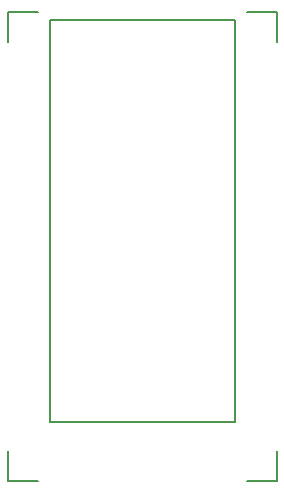
<source format=gbr>
G04 GERBER FORMAT: RX-274-X*
G04 BOARD: QUICKBLUE*
G04 ARTWORK OF SOLD.PRINT POSITIVE*
%ASAXBY*%
%FSLAX33Y33*%
%MIA0B0*%
%MOMM*%
%OFA0.000B0.000*%
%SFA1B1*%
%IJA0B0*%
%INLAYER31POS*%
%IOA0B0*%
%IPPOS*%
%IR0*%
G04 APERTURE MACROS*
%AMEDWDONUT*
1,1,$1,$2,$3*
1,0,$4,$2,$3*
%
%AMEDWFRECT*
20,1,$1,$2,$3,$4,$5,$6*
%
%AMEDWORECT*
20,1,$1,$2,$3,$4,$5,$10*
20,1,$1,$4,$5,$6,$7,$10*
20,1,$1,$6,$7,$8,$9,$10*
20,1,$1,$8,$9,$2,$3,$10*
1,1,$1,$2,$3*
1,1,$1,$4,$5*
1,1,$1,$6,$7*
1,1,$1,$8,$9*
%
%AMEDWLINER*
20,1,$1,$2,$3,$4,$5,$6*
1,1,$1,$2,$3*
1,1,$1,$4,$5*
%
%AMEDWFTRNG*
4,1,3,$1,$2,$3,$4,$5,$6,$7,$8,$9*
%
%AMEDWATRNG*
4,1,3,$1,$2,$3,$4,$5,$6,$7,$8,$9*
20,1,$11,$1,$2,$3,$4,$10*
20,1,$11,$3,$4,$5,$6,$10*
20,1,$11,$5,$6,$7,$8,$10*
1,1,$11,$3,$4*
1,1,$11,$5,$6*
1,1,$11,$7,$8*
%
%AMEDWOTRNG*
20,1,$1,$2,$3,$4,$5,$8*
20,1,$1,$4,$5,$6,$7,$8*
20,1,$1,$6,$7,$2,$3,$8*
1,1,$1,$2,$3*
1,1,$1,$4,$5*
1,1,$1,$6,$7*
%
G04*
G04 APERTURE LIST*
%ADD10R,1.651X1.778*%
%ADD11R,2.261X2.388*%
%ADD12R,1.397X1.524*%
%ADD13R,2.007X2.134*%
%ADD14R,1.346X4.953*%
%ADD15R,1.956X5.563*%
%ADD16R,1.092X4.699*%
%ADD17R,1.702X5.309*%
%ADD18R,1.100X0.650*%
%ADD19R,1.710X1.260*%
%ADD20R,1.000X0.550*%
%ADD21R,1.610X1.160*%
%ADD22R,1.100X0.550*%
%ADD23R,1.710X1.160*%
%ADD24R,1.000X0.450*%
%ADD25R,1.610X1.060*%
%ADD26R,0.406X1.930*%
%ADD27R,1.016X2.540*%
%ADD28R,0.254X1.778*%
%ADD29R,0.864X2.388*%
%ADD30R,1.930X0.406*%
%ADD31R,2.540X1.016*%
%ADD32R,1.778X0.254*%
%ADD33R,2.388X0.864*%
%ADD34R,1.270X1.473*%
%ADD35R,1.880X2.083*%
%ADD36R,1.016X1.219*%
%ADD37R,1.626X1.829*%
%ADD38R,1.300X1.000*%
%ADD39R,1.910X1.610*%
%ADD40R,1.100X0.800*%
%ADD41R,1.710X1.410*%
%ADD42R,1.778X1.651*%
%ADD43R,2.388X2.261*%
%ADD44R,1.524X1.397*%
%ADD45R,2.134X2.007*%
%ADD46R,1.850X1.750*%
%ADD47R,2.460X2.360*%
%ADD48R,1.750X1.650*%
%ADD49R,2.360X2.260*%
%ADD50C,0.025*%
%ADD52C,0.051*%
%ADD53R,0.051X0.051*%
%ADD54C,0.076*%
%ADD55R,0.076X0.076*%
%ADD56C,0.102*%
%ADD57R,0.102X0.102*%
%ADD58C,0.127*%
%ADD59R,0.127X0.127*%
%ADD60C,0.140*%
%ADD62C,0.170*%
%ADD63R,0.170X0.170*%
%ADD64C,0.200*%
%ADD65R,0.200X0.200*%
%ADD66C,0.203*%
%ADD68C,0.203*%
%ADD70C,0.220*%
%ADD72C,0.250*%
%ADD73R,0.250X0.250*%
%ADD74C,0.254*%
%ADD75R,0.254X0.254*%
%ADD76C,0.305*%
%ADD78C,0.305*%
%ADD80C,0.330*%
%ADD82C,0.500*%
%ADD83R,0.500X0.500*%
%ADD84C,0.600*%
%ADD86C,0.610*%
%ADD88C,0.737*%
%ADD90C,0.750*%
%ADD92C,0.762*%
%ADD93R,0.762X0.762*%
%ADD94C,0.780*%
%ADD95R,0.780X0.780*%
%ADD96C,0.810*%
%ADD98C,0.813*%
%ADD100C,0.813*%
%ADD102C,0.830*%
%ADD104C,0.914*%
%ADD106C,0.940*%
%ADD108C,1.000*%
%ADD109R,1.000X1.000*%
%ADD110C,1.100*%
%ADD111R,1.100X1.100*%
%ADD112C,1.270*%
%ADD113R,1.270X1.270*%
%ADD115R,1.397X1.397*%
%ADD117R,1.400X1.400*%
%ADD118C,1.422*%
%ADD119R,1.422X1.422*%
%ADD120C,1.500*%
%ADD121R,1.500X1.500*%
%ADD122C,1.524*%
%ADD123R,1.524X1.524*%
%ADD124C,1.575*%
%ADD125R,1.575X1.575*%
%ADD127R,1.600X1.600*%
%ADD129R,1.650X1.650*%
%ADD131R,1.651X1.651*%
%ADD132C,1.750*%
%ADD133R,1.750X1.750*%
%ADD134C,1.754*%
%ADD135R,1.754X1.754*%
%ADD136C,1.778*%
%ADD137R,1.778X1.778*%
%ADD139R,1.854X1.854*%
%ADD141R,1.872X1.872*%
%ADD143R,1.905X1.905*%
%ADD145R,1.984X1.984*%
%ADD146C,2.000*%
%ADD147R,2.000X2.000*%
%ADD148C,2.004*%
%ADD149R,2.004X2.004*%
%ADD151R,2.007X2.007*%
%ADD153R,2.010X2.010*%
%ADD154C,2.032*%
%ADD155R,2.032X2.032*%
%ADD157R,2.110X2.110*%
%ADD158C,2.134*%
%ADD159R,2.134X2.134*%
%ADD160C,2.184*%
%ADD161R,2.184X2.184*%
%ADD163R,2.210X2.210*%
%ADD165R,2.260X2.260*%
%ADD167R,2.261X2.261*%
%ADD169R,2.286X2.286*%
%ADD171R,2.360X2.360*%
%ADD172C,2.388*%
%ADD173R,2.388X2.388*%
%ADD175R,2.464X2.464*%
%ADD177R,2.482X2.482*%
%ADD179R,2.515X2.515*%
%ADD181R,2.594X2.594*%
%ADD182C,2.610*%
%ADD183R,2.610X2.610*%
%ADD184C,2.642*%
%ADD185R,2.642X2.642*%
%ADD186C,2.794*%
%ADD187R,2.794X2.794*%
%ADD189R,2.835X2.835*%
%ADD191R,2.896X2.896*%
%ADD193R,3.048X3.048*%
%ADD195R,3.302X3.302*%
%ADD197R,3.445X3.445*%
%ADD199R,3.658X3.658*%
%ADD201R,3.912X3.912*%
%ADD202C,6.452*%
%ADD203R,6.452X6.452*%
%ADD204C,8.992*%
%ADD205R,8.992X8.992*%
%ADD206C,11.532*%
%ADD207R,11.532X11.532*%
%ADD208C,14.072*%
%ADD209R,14.072X14.072*%
%ADD210C,16.612*%
%ADD211R,16.612X16.612*%
%ADD212C,19.152*%
%ADD213R,19.152X19.152*%
%ADD214C,21.692*%
%ADD215R,21.692X21.692*%
%ADD216C,24.232*%
%ADD217R,24.232X24.232*%
%ADD218C,26.772*%
%ADD219R,26.772X26.772*%
%ADD220C,29.312*%
%ADD221R,29.312X29.312*%
%ADD222C,31.852*%
%ADD223R,31.852X31.852*%
%ADD224C,34.392*%
%ADD225R,34.392X34.392*%
%ADD226C,36.932*%
%ADD227R,36.932X36.932*%
%ADD228C,39.472*%
%ADD229R,39.472X39.472*%
%ADD230C,42.012*%
%ADD231R,42.012X42.012*%
%ADD232C,44.552*%
%ADD233R,44.552X44.552*%
%ADD234C,47.092*%
%ADD235R,47.092X47.092*%
%ADD236C,49.632*%
%ADD237R,49.632X49.632*%
G04*
D58* 
X0Y0D02*
X2540Y0D01*
X22824Y0D02*
X20284Y0D01*
X22824Y0D02*
X22824Y2540D01*
X22824Y39625D02*
X22824Y37085D01*
X22824Y39625D02*
X20284Y39625D01*
X0Y39625D02*
X2540Y39625D01*
X0Y39625D02*
X0Y37085D01*
X0Y0D02*
X0Y2540D01*
X19220Y38976D02*
X19220Y4992D01*
X3596Y4992D01*
X3596Y38976D01*
X19220Y38976D01*
M02*

</source>
